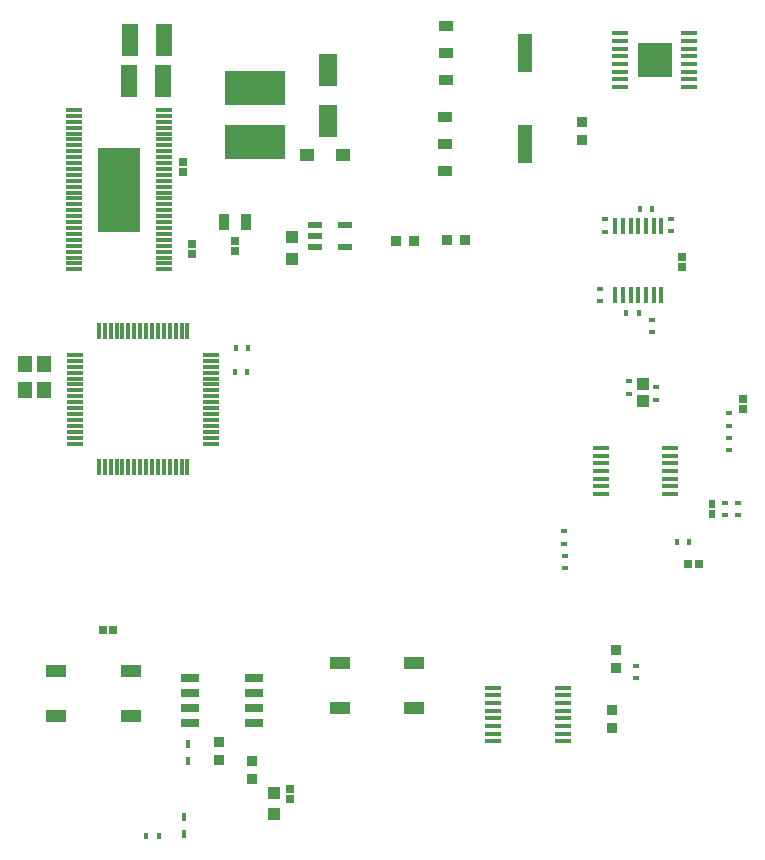
<source format=gtp>
G04*
G04 #@! TF.GenerationSoftware,Altium Limited,Altium Designer,23.1.1 (15)*
G04*
G04 Layer_Color=8421504*
%FSLAX44Y44*%
%MOMM*%
G71*
G04*
G04 #@! TF.SameCoordinates,A3D6BB7E-6F48-477B-AAC3-77161F155CF7*
G04*
G04*
G04 #@! TF.FilePolarity,Positive*
G04*
G01*
G75*
%ADD15R,0.9500X0.9500*%
%ADD16R,1.4750X0.4500*%
%ADD17R,1.4750X0.3000*%
%ADD18R,3.6100X7.1100*%
%ADD19R,1.3500X2.7500*%
%ADD20R,0.4200X0.6400*%
%ADD21R,0.4500X1.4750*%
%ADD22R,0.4000X0.5500*%
%ADD23R,1.1500X1.4000*%
%ADD24R,0.3000X1.4750*%
%ADD25R,1.7000X1.0000*%
%ADD26R,0.5500X0.4000*%
%ADD27R,1.0000X1.1000*%
%ADD28R,0.9500X1.3500*%
%ADD29R,0.5500X0.4500*%
%ADD30R,0.6200X0.6600*%
%ADD31R,1.0000X1.0000*%
%ADD32R,0.6800X0.6400*%
%ADD33R,0.4500X0.5500*%
%ADD34R,1.3000X3.2500*%
%ADD35R,1.3000X0.9500*%
%ADD36R,0.9500X0.9500*%
%ADD37R,5.1000X2.9500*%
%ADD38R,1.6000X2.8000*%
%ADD39R,1.2400X1.1200*%
%ADD40R,1.5250X0.6500*%
%ADD41R,0.6400X0.6800*%
%ADD42R,3.0000X3.0000*%
%ADD43R,1.2000X0.6000*%
D15*
X4351000Y2807500D02*
D03*
Y2822500D02*
D03*
X4323000Y3269500D02*
D03*
Y3254500D02*
D03*
X4015000Y2744500D02*
D03*
Y2729500D02*
D03*
X4043000Y2713500D02*
D03*
Y2728500D02*
D03*
X4348000Y2756500D02*
D03*
Y2771500D02*
D03*
D16*
X4306380Y2790750D02*
D03*
Y2784250D02*
D03*
Y2777750D02*
D03*
Y2771250D02*
D03*
Y2764750D02*
D03*
Y2758250D02*
D03*
Y2751750D02*
D03*
Y2745250D02*
D03*
X4247620D02*
D03*
Y2751750D02*
D03*
Y2758250D02*
D03*
Y2764750D02*
D03*
Y2771250D02*
D03*
Y2777750D02*
D03*
Y2784250D02*
D03*
Y2790750D02*
D03*
X4397255Y2993875D02*
D03*
Y2987375D02*
D03*
Y2980875D02*
D03*
Y2974375D02*
D03*
Y2967875D02*
D03*
Y2961375D02*
D03*
Y2954875D02*
D03*
X4338495D02*
D03*
Y2961375D02*
D03*
Y2967875D02*
D03*
Y2974375D02*
D03*
Y2980875D02*
D03*
Y2987375D02*
D03*
Y2993875D02*
D03*
X4413380Y3344750D02*
D03*
Y3338250D02*
D03*
Y3331750D02*
D03*
Y3325250D02*
D03*
Y3318750D02*
D03*
Y3312250D02*
D03*
Y3305750D02*
D03*
Y3299250D02*
D03*
X4354620D02*
D03*
Y3305750D02*
D03*
Y3312250D02*
D03*
Y3318750D02*
D03*
Y3325250D02*
D03*
Y3331750D02*
D03*
Y3338250D02*
D03*
Y3344750D02*
D03*
D17*
X3892787Y3280000D02*
D03*
Y3275000D02*
D03*
Y3270000D02*
D03*
Y3265000D02*
D03*
Y3260000D02*
D03*
Y3255000D02*
D03*
Y3250000D02*
D03*
Y3245000D02*
D03*
Y3240000D02*
D03*
Y3235000D02*
D03*
Y3230000D02*
D03*
Y3225000D02*
D03*
Y3220000D02*
D03*
Y3215000D02*
D03*
Y3210000D02*
D03*
Y3205000D02*
D03*
Y3200000D02*
D03*
Y3195000D02*
D03*
Y3190000D02*
D03*
Y3185000D02*
D03*
Y3180000D02*
D03*
Y3175000D02*
D03*
Y3170000D02*
D03*
Y3165000D02*
D03*
Y3160000D02*
D03*
Y3155000D02*
D03*
Y3150000D02*
D03*
Y3145000D02*
D03*
X3968547Y3150000D02*
D03*
Y3155000D02*
D03*
Y3160000D02*
D03*
Y3165000D02*
D03*
Y3170000D02*
D03*
Y3175000D02*
D03*
Y3180000D02*
D03*
Y3185000D02*
D03*
Y3190000D02*
D03*
Y3195000D02*
D03*
Y3200000D02*
D03*
Y3205000D02*
D03*
Y3210000D02*
D03*
Y3215000D02*
D03*
Y3220000D02*
D03*
Y3225000D02*
D03*
Y3230000D02*
D03*
Y3235000D02*
D03*
Y3240000D02*
D03*
Y3245000D02*
D03*
Y3250000D02*
D03*
Y3255000D02*
D03*
Y3260000D02*
D03*
Y3275000D02*
D03*
Y3280000D02*
D03*
Y3145000D02*
D03*
Y3265000D02*
D03*
Y3270000D02*
D03*
X4008380Y3072500D02*
D03*
Y3067500D02*
D03*
Y3062500D02*
D03*
Y3057500D02*
D03*
Y3052500D02*
D03*
Y3047500D02*
D03*
Y3042500D02*
D03*
Y3037500D02*
D03*
Y3032500D02*
D03*
Y3027500D02*
D03*
Y3022500D02*
D03*
Y3017500D02*
D03*
Y3012500D02*
D03*
Y3007500D02*
D03*
Y3002500D02*
D03*
Y2997500D02*
D03*
X3893620D02*
D03*
Y3002500D02*
D03*
Y3007500D02*
D03*
Y3012500D02*
D03*
Y3017500D02*
D03*
Y3022500D02*
D03*
Y3027500D02*
D03*
Y3032500D02*
D03*
Y3037500D02*
D03*
Y3042500D02*
D03*
Y3047500D02*
D03*
Y3052500D02*
D03*
Y3057500D02*
D03*
Y3062500D02*
D03*
Y3067500D02*
D03*
Y3072500D02*
D03*
D18*
X3930667Y3212500D02*
D03*
D19*
X3967924Y3304504D02*
D03*
X3939424D02*
D03*
X3940000Y3339000D02*
D03*
X3968500D02*
D03*
D20*
X3986000Y2681500D02*
D03*
Y2666500D02*
D03*
X3989000Y2743500D02*
D03*
Y2728500D02*
D03*
D21*
X4389662Y3181880D02*
D03*
X4383162D02*
D03*
X4389662Y3123120D02*
D03*
X4383162D02*
D03*
X4363662Y3181880D02*
D03*
X4376662D02*
D03*
X4370162D02*
D03*
X4357162D02*
D03*
X4350662D02*
D03*
X4363662Y3123120D02*
D03*
X4357162D02*
D03*
X4376662D02*
D03*
X4370162D02*
D03*
X4350662D02*
D03*
D22*
X4382250Y3195938D02*
D03*
X4371750D02*
D03*
X4028750Y3058000D02*
D03*
X4039250D02*
D03*
X3953750Y2665000D02*
D03*
X3964250D02*
D03*
X4360250Y3108250D02*
D03*
X4370750D02*
D03*
X4402750Y2914500D02*
D03*
X4413250D02*
D03*
D23*
X3867000Y3065000D02*
D03*
Y3043000D02*
D03*
X3851000D02*
D03*
Y3065000D02*
D03*
D24*
X3913500Y3092380D02*
D03*
X3918500D02*
D03*
X3923500D02*
D03*
X3928500D02*
D03*
X3933500D02*
D03*
X3938500D02*
D03*
X3943500D02*
D03*
X3948500D02*
D03*
X3953500D02*
D03*
X3958500D02*
D03*
X3963500D02*
D03*
X3968500D02*
D03*
X3973500D02*
D03*
X3978500D02*
D03*
X3983500D02*
D03*
X3988500D02*
D03*
Y2977620D02*
D03*
X3983500D02*
D03*
X3978500D02*
D03*
X3973500D02*
D03*
X3968500D02*
D03*
X3963500D02*
D03*
X3958500D02*
D03*
X3953500D02*
D03*
X3948500D02*
D03*
X3943500D02*
D03*
X3938500D02*
D03*
X3933500D02*
D03*
X3928500D02*
D03*
X3923500D02*
D03*
X3918500D02*
D03*
X3913500D02*
D03*
D25*
X4180500Y2774000D02*
D03*
X4117500D02*
D03*
X4180500Y2812000D02*
D03*
X4117500D02*
D03*
X3877500Y2805000D02*
D03*
X3940500D02*
D03*
X3877500Y2767000D02*
D03*
X3940500D02*
D03*
D26*
X4362000Y3050250D02*
D03*
Y3039750D02*
D03*
X4385000Y3045250D02*
D03*
Y3034750D02*
D03*
X4307000Y2923250D02*
D03*
Y2912750D02*
D03*
X4308000Y2902250D02*
D03*
Y2891750D02*
D03*
X4368000Y2809250D02*
D03*
Y2798750D02*
D03*
X4382000Y3102500D02*
D03*
Y3092000D02*
D03*
X4447000Y3023250D02*
D03*
Y3012750D02*
D03*
Y3002250D02*
D03*
Y2991750D02*
D03*
X4342164Y3177000D02*
D03*
Y3187500D02*
D03*
X4398000Y3177500D02*
D03*
Y3188000D02*
D03*
X4338000Y3128500D02*
D03*
Y3118000D02*
D03*
D27*
X4374000Y3048000D02*
D03*
Y3033500D02*
D03*
D28*
X4019424Y3185504D02*
D03*
X4037924D02*
D03*
D29*
X4444000Y2937000D02*
D03*
Y2947000D02*
D03*
X4455000Y2937000D02*
D03*
Y2947000D02*
D03*
D30*
X4433000Y2946300D02*
D03*
Y2937700D02*
D03*
D31*
X4062000Y2702000D02*
D03*
Y2684000D02*
D03*
X4077000Y3154000D02*
D03*
Y3172000D02*
D03*
D32*
X3916700Y2840000D02*
D03*
X3925300D02*
D03*
X4412700Y2895500D02*
D03*
X4421300D02*
D03*
D33*
X4029500Y3078500D02*
D03*
X4039500D02*
D03*
D34*
X4274500Y3328000D02*
D03*
X4274000Y3251000D02*
D03*
D35*
X4207500Y3305100D02*
D03*
Y3328000D02*
D03*
Y3350900D02*
D03*
X4207000Y3273900D02*
D03*
Y3251000D02*
D03*
Y3228100D02*
D03*
D36*
X4180500Y3169000D02*
D03*
X4165500D02*
D03*
X4208500Y3170000D02*
D03*
X4223500D02*
D03*
D37*
X4045674Y3298254D02*
D03*
Y3252754D02*
D03*
D38*
X4107674Y3271004D02*
D03*
Y3314004D02*
D03*
D39*
X4120000Y3242000D02*
D03*
X4090000D02*
D03*
D40*
X4045120Y2799050D02*
D03*
Y2786350D02*
D03*
Y2773650D02*
D03*
Y2760950D02*
D03*
X3990880D02*
D03*
Y2773650D02*
D03*
Y2786350D02*
D03*
Y2799050D02*
D03*
D41*
X3985000Y3227700D02*
D03*
Y3236300D02*
D03*
X3992674Y3158204D02*
D03*
Y3166804D02*
D03*
X4459000Y3035300D02*
D03*
Y3026700D02*
D03*
X4028750Y3160200D02*
D03*
Y3168800D02*
D03*
X4075000Y2696200D02*
D03*
Y2704800D02*
D03*
X4407164Y3146700D02*
D03*
Y3155300D02*
D03*
D42*
X4384000Y3322000D02*
D03*
D43*
X4096500Y3182500D02*
D03*
Y3173000D02*
D03*
Y3163500D02*
D03*
X4121500D02*
D03*
Y3182500D02*
D03*
M02*

</source>
